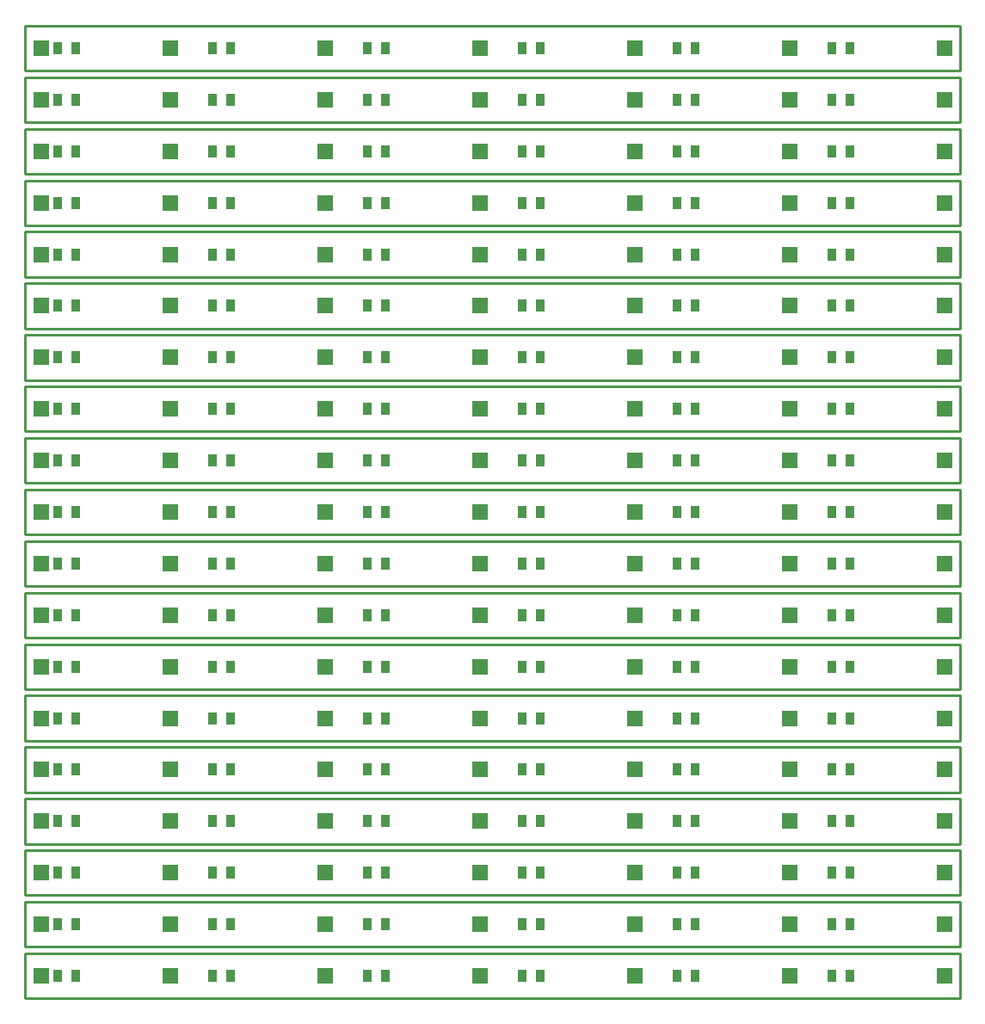
<source format=gbs>
G75*
G70*
%OFA0B0*%
%FSLAX25Y25*%
%IPPOS*%
%LPD*%
%AMOC8*
5,1,8,0,0,1.08239X$1,22.5*
%
%ADD11C,0.01000*%
%ADD12R,0.06310X0.06310*%
%ADD19R,0.03550X0.05120*%
X0010000Y0010000D02*
G75*
%LPD*%
D11*
X0010000Y0010000D02*
X0010000Y0027460D01*
X0372500Y0027460D01*
X0372500Y0010000D01*
X0010000Y0010000D01*
D19*
X0022710Y0018750D03*
X0029790Y0018750D03*
X0082710Y0018750D03*
X0089790Y0018750D03*
X0142710Y0018750D03*
X0149790Y0018750D03*
X0202710Y0018750D03*
X0209790Y0018750D03*
X0262710Y0018750D03*
X0269790Y0018750D03*
X0322710Y0018750D03*
X0329790Y0018750D03*
D12*
X0306250Y0018750D03*
X0246250Y0018750D03*
X0186250Y0018750D03*
X0126250Y0018750D03*
X0066250Y0018750D03*
X0016250Y0018750D03*
X0366250Y0018750D03*
X0010000Y0029960D02*
G75*
%LPD*%
D11*
X0010000Y0029960D02*
X0010000Y0047420D01*
X0372500Y0047420D01*
X0372500Y0029960D01*
X0010000Y0029960D01*
D19*
X0022710Y0038710D03*
X0029790Y0038710D03*
X0082710Y0038710D03*
X0089790Y0038710D03*
X0142710Y0038710D03*
X0149790Y0038710D03*
X0202710Y0038710D03*
X0209790Y0038710D03*
X0262710Y0038710D03*
X0269790Y0038710D03*
X0322710Y0038710D03*
X0329790Y0038710D03*
D12*
X0306250Y0038710D03*
X0246250Y0038710D03*
X0186250Y0038710D03*
X0126250Y0038710D03*
X0066250Y0038710D03*
X0016250Y0038710D03*
X0366250Y0038710D03*
X0010000Y0049920D02*
G75*
%LPD*%
D11*
X0010000Y0049920D02*
X0010000Y0067380D01*
X0372500Y0067380D01*
X0372500Y0049920D01*
X0010000Y0049920D01*
D19*
X0022710Y0058670D03*
X0029790Y0058670D03*
X0082710Y0058670D03*
X0089790Y0058670D03*
X0142710Y0058670D03*
X0149790Y0058670D03*
X0202710Y0058670D03*
X0209790Y0058670D03*
X0262710Y0058670D03*
X0269790Y0058670D03*
X0322710Y0058670D03*
X0329790Y0058670D03*
D12*
X0306250Y0058670D03*
X0246250Y0058670D03*
X0186250Y0058670D03*
X0126250Y0058670D03*
X0066250Y0058670D03*
X0016250Y0058670D03*
X0366250Y0058670D03*
X0010000Y0069880D02*
G75*
%LPD*%
D11*
X0010000Y0069880D02*
X0010000Y0087340D01*
X0372500Y0087340D01*
X0372500Y0069880D01*
X0010000Y0069880D01*
D19*
X0022710Y0078630D03*
X0029790Y0078630D03*
X0082710Y0078630D03*
X0089790Y0078630D03*
X0142710Y0078630D03*
X0149790Y0078630D03*
X0202710Y0078630D03*
X0209790Y0078630D03*
X0262710Y0078630D03*
X0269790Y0078630D03*
X0322710Y0078630D03*
X0329790Y0078630D03*
D12*
X0306250Y0078630D03*
X0246250Y0078630D03*
X0186250Y0078630D03*
X0126250Y0078630D03*
X0066250Y0078630D03*
X0016250Y0078630D03*
X0366250Y0078630D03*
X0010000Y0089840D02*
G75*
%LPD*%
D11*
X0010000Y0089840D02*
X0010000Y0107300D01*
X0372500Y0107300D01*
X0372500Y0089840D01*
X0010000Y0089840D01*
D19*
X0022710Y0098590D03*
X0029790Y0098590D03*
X0082710Y0098590D03*
X0089790Y0098590D03*
X0142710Y0098590D03*
X0149790Y0098590D03*
X0202710Y0098590D03*
X0209790Y0098590D03*
X0262710Y0098590D03*
X0269790Y0098590D03*
X0322710Y0098590D03*
X0329790Y0098590D03*
D12*
X0306250Y0098590D03*
X0246250Y0098590D03*
X0186250Y0098590D03*
X0126250Y0098590D03*
X0066250Y0098590D03*
X0016250Y0098590D03*
X0366250Y0098590D03*
X0010000Y0109800D02*
G75*
%LPD*%
D11*
X0010000Y0109800D02*
X0010000Y0127260D01*
X0372500Y0127260D01*
X0372500Y0109800D01*
X0010000Y0109800D01*
D19*
X0022710Y0118550D03*
X0029790Y0118550D03*
X0082710Y0118550D03*
X0089790Y0118550D03*
X0142710Y0118550D03*
X0149790Y0118550D03*
X0202710Y0118550D03*
X0209790Y0118550D03*
X0262710Y0118550D03*
X0269790Y0118550D03*
X0322710Y0118550D03*
X0329790Y0118550D03*
D12*
X0306250Y0118550D03*
X0246250Y0118550D03*
X0186250Y0118550D03*
X0126250Y0118550D03*
X0066250Y0118550D03*
X0016250Y0118550D03*
X0366250Y0118550D03*
X0010000Y0129760D02*
G75*
%LPD*%
D11*
X0010000Y0129760D02*
X0010000Y0147220D01*
X0372500Y0147220D01*
X0372500Y0129760D01*
X0010000Y0129760D01*
D19*
X0022710Y0138510D03*
X0029790Y0138510D03*
X0082710Y0138510D03*
X0089790Y0138510D03*
X0142710Y0138510D03*
X0149790Y0138510D03*
X0202710Y0138510D03*
X0209790Y0138510D03*
X0262710Y0138510D03*
X0269790Y0138510D03*
X0322710Y0138510D03*
X0329790Y0138510D03*
D12*
X0306250Y0138510D03*
X0246250Y0138510D03*
X0186250Y0138510D03*
X0126250Y0138510D03*
X0066250Y0138510D03*
X0016250Y0138510D03*
X0366250Y0138510D03*
X0010000Y0149720D02*
G75*
%LPD*%
D11*
X0010000Y0149720D02*
X0010000Y0167180D01*
X0372500Y0167180D01*
X0372500Y0149720D01*
X0010000Y0149720D01*
D19*
X0022710Y0158470D03*
X0029790Y0158470D03*
X0082710Y0158470D03*
X0089790Y0158470D03*
X0142710Y0158470D03*
X0149790Y0158470D03*
X0202710Y0158470D03*
X0209790Y0158470D03*
X0262710Y0158470D03*
X0269790Y0158470D03*
X0322710Y0158470D03*
X0329790Y0158470D03*
D12*
X0306250Y0158470D03*
X0246250Y0158470D03*
X0186250Y0158470D03*
X0126250Y0158470D03*
X0066250Y0158470D03*
X0016250Y0158470D03*
X0366250Y0158470D03*
X0010000Y0169680D02*
G75*
%LPD*%
D11*
X0010000Y0169680D02*
X0010000Y0187140D01*
X0372500Y0187140D01*
X0372500Y0169680D01*
X0010000Y0169680D01*
D19*
X0022710Y0178430D03*
X0029790Y0178430D03*
X0082710Y0178430D03*
X0089790Y0178430D03*
X0142710Y0178430D03*
X0149790Y0178430D03*
X0202710Y0178430D03*
X0209790Y0178430D03*
X0262710Y0178430D03*
X0269790Y0178430D03*
X0322710Y0178430D03*
X0329790Y0178430D03*
D12*
X0306250Y0178430D03*
X0246250Y0178430D03*
X0186250Y0178430D03*
X0126250Y0178430D03*
X0066250Y0178430D03*
X0016250Y0178430D03*
X0366250Y0178430D03*
X0010000Y0189640D02*
G75*
%LPD*%
D11*
X0010000Y0189640D02*
X0010000Y0207100D01*
X0372500Y0207100D01*
X0372500Y0189640D01*
X0010000Y0189640D01*
D19*
X0022710Y0198390D03*
X0029790Y0198390D03*
X0082710Y0198390D03*
X0089790Y0198390D03*
X0142710Y0198390D03*
X0149790Y0198390D03*
X0202710Y0198390D03*
X0209790Y0198390D03*
X0262710Y0198390D03*
X0269790Y0198390D03*
X0322710Y0198390D03*
X0329790Y0198390D03*
D12*
X0306250Y0198390D03*
X0246250Y0198390D03*
X0186250Y0198390D03*
X0126250Y0198390D03*
X0066250Y0198390D03*
X0016250Y0198390D03*
X0366250Y0198390D03*
X0010000Y0209600D02*
G75*
%LPD*%
D11*
X0010000Y0209600D02*
X0010000Y0227060D01*
X0372500Y0227060D01*
X0372500Y0209600D01*
X0010000Y0209600D01*
D19*
X0022710Y0218350D03*
X0029790Y0218350D03*
X0082710Y0218350D03*
X0089790Y0218350D03*
X0142710Y0218350D03*
X0149790Y0218350D03*
X0202710Y0218350D03*
X0209790Y0218350D03*
X0262710Y0218350D03*
X0269790Y0218350D03*
X0322710Y0218350D03*
X0329790Y0218350D03*
D12*
X0306250Y0218350D03*
X0246250Y0218350D03*
X0186250Y0218350D03*
X0126250Y0218350D03*
X0066250Y0218350D03*
X0016250Y0218350D03*
X0366250Y0218350D03*
X0010000Y0229560D02*
G75*
%LPD*%
D11*
X0010000Y0229560D02*
X0010000Y0247020D01*
X0372500Y0247020D01*
X0372500Y0229560D01*
X0010000Y0229560D01*
D19*
X0022710Y0238310D03*
X0029790Y0238310D03*
X0082710Y0238310D03*
X0089790Y0238310D03*
X0142710Y0238310D03*
X0149790Y0238310D03*
X0202710Y0238310D03*
X0209790Y0238310D03*
X0262710Y0238310D03*
X0269790Y0238310D03*
X0322710Y0238310D03*
X0329790Y0238310D03*
D12*
X0306250Y0238310D03*
X0246250Y0238310D03*
X0186250Y0238310D03*
X0126250Y0238310D03*
X0066250Y0238310D03*
X0016250Y0238310D03*
X0366250Y0238310D03*
X0010000Y0249520D02*
G75*
%LPD*%
D11*
X0010000Y0249520D02*
X0010000Y0266980D01*
X0372500Y0266980D01*
X0372500Y0249520D01*
X0010000Y0249520D01*
D19*
X0022710Y0258270D03*
X0029790Y0258270D03*
X0082710Y0258270D03*
X0089790Y0258270D03*
X0142710Y0258270D03*
X0149790Y0258270D03*
X0202710Y0258270D03*
X0209790Y0258270D03*
X0262710Y0258270D03*
X0269790Y0258270D03*
X0322710Y0258270D03*
X0329790Y0258270D03*
D12*
X0306250Y0258270D03*
X0246250Y0258270D03*
X0186250Y0258270D03*
X0126250Y0258270D03*
X0066250Y0258270D03*
X0016250Y0258270D03*
X0366250Y0258270D03*
X0010000Y0269480D02*
G75*
%LPD*%
D11*
X0010000Y0269480D02*
X0010000Y0286940D01*
X0372500Y0286940D01*
X0372500Y0269480D01*
X0010000Y0269480D01*
D19*
X0022710Y0278230D03*
X0029790Y0278230D03*
X0082710Y0278230D03*
X0089790Y0278230D03*
X0142710Y0278230D03*
X0149790Y0278230D03*
X0202710Y0278230D03*
X0209790Y0278230D03*
X0262710Y0278230D03*
X0269790Y0278230D03*
X0322710Y0278230D03*
X0329790Y0278230D03*
D12*
X0306250Y0278230D03*
X0246250Y0278230D03*
X0186250Y0278230D03*
X0126250Y0278230D03*
X0066250Y0278230D03*
X0016250Y0278230D03*
X0366250Y0278230D03*
X0010000Y0289440D02*
G75*
%LPD*%
D11*
X0010000Y0289440D02*
X0010000Y0306900D01*
X0372500Y0306900D01*
X0372500Y0289440D01*
X0010000Y0289440D01*
D19*
X0022710Y0298190D03*
X0029790Y0298190D03*
X0082710Y0298190D03*
X0089790Y0298190D03*
X0142710Y0298190D03*
X0149790Y0298190D03*
X0202710Y0298190D03*
X0209790Y0298190D03*
X0262710Y0298190D03*
X0269790Y0298190D03*
X0322710Y0298190D03*
X0329790Y0298190D03*
D12*
X0306250Y0298190D03*
X0246250Y0298190D03*
X0186250Y0298190D03*
X0126250Y0298190D03*
X0066250Y0298190D03*
X0016250Y0298190D03*
X0366250Y0298190D03*
X0010000Y0309400D02*
G75*
%LPD*%
D11*
X0010000Y0309400D02*
X0010000Y0326860D01*
X0372500Y0326860D01*
X0372500Y0309400D01*
X0010000Y0309400D01*
D19*
X0022710Y0318150D03*
X0029790Y0318150D03*
X0082710Y0318150D03*
X0089790Y0318150D03*
X0142710Y0318150D03*
X0149790Y0318150D03*
X0202710Y0318150D03*
X0209790Y0318150D03*
X0262710Y0318150D03*
X0269790Y0318150D03*
X0322710Y0318150D03*
X0329790Y0318150D03*
D12*
X0306250Y0318150D03*
X0246250Y0318150D03*
X0186250Y0318150D03*
X0126250Y0318150D03*
X0066250Y0318150D03*
X0016250Y0318150D03*
X0366250Y0318150D03*
X0010000Y0329360D02*
G75*
%LPD*%
D11*
X0010000Y0329360D02*
X0010000Y0346820D01*
X0372500Y0346820D01*
X0372500Y0329360D01*
X0010000Y0329360D01*
D19*
X0022710Y0338110D03*
X0029790Y0338110D03*
X0082710Y0338110D03*
X0089790Y0338110D03*
X0142710Y0338110D03*
X0149790Y0338110D03*
X0202710Y0338110D03*
X0209790Y0338110D03*
X0262710Y0338110D03*
X0269790Y0338110D03*
X0322710Y0338110D03*
X0329790Y0338110D03*
D12*
X0306250Y0338110D03*
X0246250Y0338110D03*
X0186250Y0338110D03*
X0126250Y0338110D03*
X0066250Y0338110D03*
X0016250Y0338110D03*
X0366250Y0338110D03*
X0010000Y0349320D02*
G75*
%LPD*%
D11*
X0010000Y0349320D02*
X0010000Y0366780D01*
X0372500Y0366780D01*
X0372500Y0349320D01*
X0010000Y0349320D01*
D19*
X0022710Y0358070D03*
X0029790Y0358070D03*
X0082710Y0358070D03*
X0089790Y0358070D03*
X0142710Y0358070D03*
X0149790Y0358070D03*
X0202710Y0358070D03*
X0209790Y0358070D03*
X0262710Y0358070D03*
X0269790Y0358070D03*
X0322710Y0358070D03*
X0329790Y0358070D03*
D12*
X0306250Y0358070D03*
X0246250Y0358070D03*
X0186250Y0358070D03*
X0126250Y0358070D03*
X0066250Y0358070D03*
X0016250Y0358070D03*
X0366250Y0358070D03*
X0010000Y0369280D02*
G75*
%LPD*%
D11*
X0010000Y0369280D02*
X0010000Y0386740D01*
X0372500Y0386740D01*
X0372500Y0369280D01*
X0010000Y0369280D01*
D19*
X0022710Y0378030D03*
X0029790Y0378030D03*
X0082710Y0378030D03*
X0089790Y0378030D03*
X0142710Y0378030D03*
X0149790Y0378030D03*
X0202710Y0378030D03*
X0209790Y0378030D03*
X0262710Y0378030D03*
X0269790Y0378030D03*
X0322710Y0378030D03*
X0329790Y0378030D03*
D12*
X0306250Y0378030D03*
X0246250Y0378030D03*
X0186250Y0378030D03*
X0126250Y0378030D03*
X0066250Y0378030D03*
X0016250Y0378030D03*
X0366250Y0378030D03*
M02*

</source>
